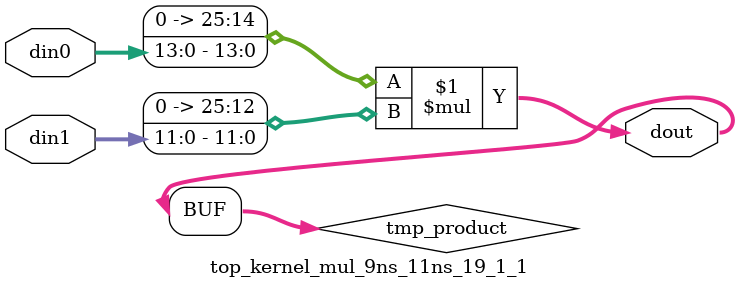
<source format=v>

`timescale 1 ns / 1 ps

 module top_kernel_mul_9ns_11ns_19_1_1(din0, din1, dout);
parameter ID = 1;
parameter NUM_STAGE = 0;
parameter din0_WIDTH = 14;
parameter din1_WIDTH = 12;
parameter dout_WIDTH = 26;

input [din0_WIDTH - 1 : 0] din0; 
input [din1_WIDTH - 1 : 0] din1; 
output [dout_WIDTH - 1 : 0] dout;

wire signed [dout_WIDTH - 1 : 0] tmp_product;
























assign tmp_product = $signed({1'b0, din0}) * $signed({1'b0, din1});











assign dout = tmp_product;





















endmodule

</source>
